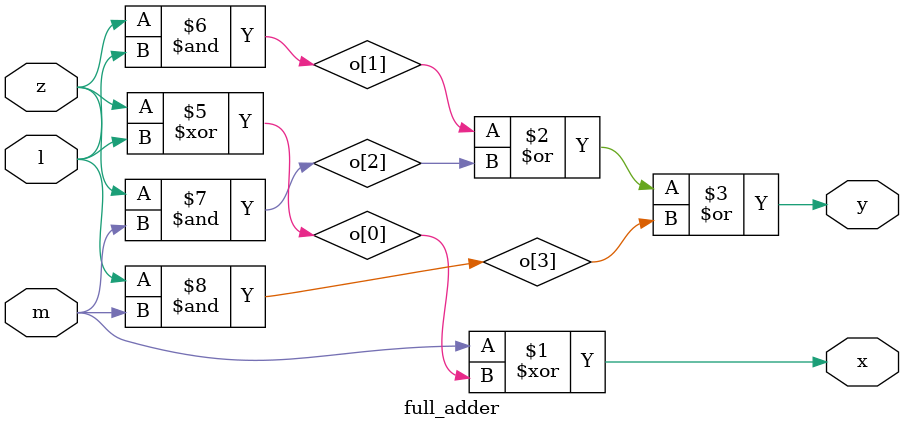
<source format=v>
`timescale 1ns / 1ps
module full_adder(x,y,z,l,m);
input z;	
input l;
input m;
output x;
output y;
wire o[3:0];
xor(o[0],z,l);  
xor(x,m,o[0]);
and(o[1],z,l);
and(o[2],z,m);
and(o[3],l,m);
or(y,o[1],o[2],o[3]);
endmodule

</source>
